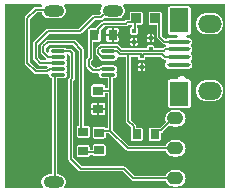
<source format=gbr>
%TF.GenerationSoftware,Altium Limited,Altium Designer,20.1.8 (145)*%
G04 Layer_Physical_Order=2*
G04 Layer_Color=16729670*
%FSLAX45Y45*%
%MOMM*%
%TF.SameCoordinates,69C50D53-9BFA-4F85-B750-FB8D41B2BBF4*%
%TF.FilePolarity,Positive*%
%TF.FileFunction,Copper,L2,Bot,Signal*%
%TF.Part,Single*%
G01*
G75*
%TA.AperFunction,ComponentPad*%
%ADD10O,2.00000X1.50000*%
G04:AMPARAMS|DCode=11|XSize=1.1mm|YSize=1.4mm|CornerRadius=0.55mm|HoleSize=0mm|Usage=FLASHONLY|Rotation=90.000|XOffset=0mm|YOffset=0mm|HoleType=Round|Shape=RoundedRectangle|*
%AMROUNDEDRECTD11*
21,1,1.10000,0.30000,0,0,90.0*
21,1,0.00000,1.40000,0,0,90.0*
1,1,1.10000,0.15000,0.00000*
1,1,1.10000,0.15000,0.00000*
1,1,1.10000,-0.15000,0.00000*
1,1,1.10000,-0.15000,0.00000*
%
%ADD11ROUNDEDRECTD11*%
G04:AMPARAMS|DCode=12|XSize=2.25mm|YSize=3.75mm|CornerRadius=1.125mm|HoleSize=0mm|Usage=FLASHONLY|Rotation=180.000|XOffset=0mm|YOffset=0mm|HoleType=Round|Shape=RoundedRectangle|*
%AMROUNDEDRECTD12*
21,1,2.25000,1.50000,0,0,180.0*
21,1,0.00000,3.75000,0,0,180.0*
1,1,2.25000,0.00000,0.75000*
1,1,2.25000,0.00000,0.75000*
1,1,2.25000,0.00000,-0.75000*
1,1,2.25000,0.00000,-0.75000*
%
%ADD12ROUNDEDRECTD12*%
%ADD13O,2.25000X3.75000*%
%ADD14O,1.75000X1.00000*%
%TA.AperFunction,ViaPad*%
%ADD15C,0.80000*%
%TA.AperFunction,SMDPad,CuDef*%
G04:AMPARAMS|DCode=16|XSize=0.35mm|YSize=2mm|CornerRadius=0.175mm|HoleSize=0mm|Usage=FLASHONLY|Rotation=270.000|XOffset=0mm|YOffset=0mm|HoleType=Round|Shape=RoundedRectangle|*
%AMROUNDEDRECTD16*
21,1,0.35000,1.65000,0,0,270.0*
21,1,0.00000,2.00000,0,0,270.0*
1,1,0.35000,-0.82500,0.00000*
1,1,0.35000,-0.82500,0.00000*
1,1,0.35000,0.82500,0.00000*
1,1,0.35000,0.82500,0.00000*
%
%ADD16ROUNDEDRECTD16*%
G04:AMPARAMS|DCode=17|XSize=2.1mm|YSize=1.6mm|CornerRadius=0.008mm|HoleSize=0mm|Usage=FLASHONLY|Rotation=270.000|XOffset=0mm|YOffset=0mm|HoleType=Round|Shape=RoundedRectangle|*
%AMROUNDEDRECTD17*
21,1,2.10000,1.58400,0,0,270.0*
21,1,2.08400,1.60000,0,0,270.0*
1,1,0.01600,-0.79200,-1.04200*
1,1,0.01600,-0.79200,1.04200*
1,1,0.01600,0.79200,1.04200*
1,1,0.01600,0.79200,-1.04200*
%
%ADD17ROUNDEDRECTD17*%
G04:AMPARAMS|DCode=18|XSize=0.3mm|YSize=0.4mm|CornerRadius=0.0015mm|HoleSize=0mm|Usage=FLASHONLY|Rotation=180.000|XOffset=0mm|YOffset=0mm|HoleType=Round|Shape=RoundedRectangle|*
%AMROUNDEDRECTD18*
21,1,0.30000,0.39700,0,0,180.0*
21,1,0.29700,0.40000,0,0,180.0*
1,1,0.00300,-0.14850,0.19850*
1,1,0.00300,0.14850,0.19850*
1,1,0.00300,0.14850,-0.19850*
1,1,0.00300,-0.14850,-0.19850*
%
%ADD18ROUNDEDRECTD18*%
G04:AMPARAMS|DCode=19|XSize=0.8mm|YSize=0.7mm|CornerRadius=0.0035mm|HoleSize=0mm|Usage=FLASHONLY|Rotation=0.000|XOffset=0mm|YOffset=0mm|HoleType=Round|Shape=RoundedRectangle|*
%AMROUNDEDRECTD19*
21,1,0.80000,0.69300,0,0,0.0*
21,1,0.79300,0.70000,0,0,0.0*
1,1,0.00700,0.39650,-0.34650*
1,1,0.00700,-0.39650,-0.34650*
1,1,0.00700,-0.39650,0.34650*
1,1,0.00700,0.39650,0.34650*
%
%ADD19ROUNDEDRECTD19*%
G04:AMPARAMS|DCode=20|XSize=0.85mm|YSize=0.75mm|CornerRadius=0.00375mm|HoleSize=0mm|Usage=FLASHONLY|Rotation=0.000|XOffset=0mm|YOffset=0mm|HoleType=Round|Shape=RoundedRectangle|*
%AMROUNDEDRECTD20*
21,1,0.85000,0.74250,0,0,0.0*
21,1,0.84250,0.75000,0,0,0.0*
1,1,0.00750,0.42125,-0.37125*
1,1,0.00750,-0.42125,-0.37125*
1,1,0.00750,-0.42125,0.37125*
1,1,0.00750,0.42125,0.37125*
%
%ADD20ROUNDEDRECTD20*%
G04:AMPARAMS|DCode=21|XSize=0.8mm|YSize=0.8mm|CornerRadius=0.004mm|HoleSize=0mm|Usage=FLASHONLY|Rotation=180.000|XOffset=0mm|YOffset=0mm|HoleType=Round|Shape=RoundedRectangle|*
%AMROUNDEDRECTD21*
21,1,0.80000,0.79200,0,0,180.0*
21,1,0.79200,0.80000,0,0,180.0*
1,1,0.00800,-0.39600,0.39600*
1,1,0.00800,0.39600,0.39600*
1,1,0.00800,0.39600,-0.39600*
1,1,0.00800,-0.39600,-0.39600*
%
%ADD21ROUNDEDRECTD21*%
%ADD22O,1.25000X0.30000*%
G04:AMPARAMS|DCode=23|XSize=0.85mm|YSize=0.75mm|CornerRadius=0.00375mm|HoleSize=0mm|Usage=FLASHONLY|Rotation=90.000|XOffset=0mm|YOffset=0mm|HoleType=Round|Shape=RoundedRectangle|*
%AMROUNDEDRECTD23*
21,1,0.85000,0.74250,0,0,90.0*
21,1,0.84250,0.75000,0,0,90.0*
1,1,0.00750,0.37125,0.42125*
1,1,0.00750,0.37125,-0.42125*
1,1,0.00750,-0.37125,-0.42125*
1,1,0.00750,-0.37125,0.42125*
%
%ADD23ROUNDEDRECTD23*%
G04:AMPARAMS|DCode=24|XSize=0.8mm|YSize=0.7mm|CornerRadius=0.0035mm|HoleSize=0mm|Usage=FLASHONLY|Rotation=90.000|XOffset=0mm|YOffset=0mm|HoleType=Round|Shape=RoundedRectangle|*
%AMROUNDEDRECTD24*
21,1,0.80000,0.69300,0,0,90.0*
21,1,0.79300,0.70000,0,0,90.0*
1,1,0.00700,0.34650,0.39650*
1,1,0.00700,0.34650,-0.39650*
1,1,0.00700,-0.34650,-0.39650*
1,1,0.00700,-0.34650,0.39650*
%
%ADD24ROUNDEDRECTD24*%
%TA.AperFunction,Conductor*%
%ADD25C,0.12700*%
G36*
X1879609Y20391D02*
X523329D01*
X516303Y35631D01*
X517485Y37014D01*
X522850Y45770D01*
X526780Y55257D01*
X529177Y65242D01*
X529983Y75479D01*
X529177Y85717D01*
X526780Y95702D01*
X522850Y105189D01*
X517485Y113945D01*
X510816Y121754D01*
X503007Y128423D01*
X494251Y133788D01*
X484764Y137718D01*
X474779Y140115D01*
X464541Y140921D01*
X459724D01*
Y951438D01*
X512041D01*
X517969Y952022D01*
X523670Y953751D01*
X528923Y956559D01*
X533528Y960338D01*
X537307Y964942D01*
X540115Y970196D01*
X541844Y975896D01*
X542428Y981824D01*
X541844Y987752D01*
X540115Y993452D01*
X537307Y998705D01*
X534669Y1006824D01*
X537307Y1014943D01*
X540115Y1020196D01*
X541844Y1025896D01*
X542428Y1031824D01*
X541844Y1037752D01*
X540115Y1043452D01*
X537307Y1048706D01*
X533528Y1053310D01*
Y1060338D01*
X537307Y1064942D01*
X540115Y1070196D01*
X541844Y1075896D01*
X542428Y1081824D01*
X541844Y1087752D01*
X540115Y1093452D01*
X537307Y1098705D01*
X534670Y1106824D01*
X537307Y1114943D01*
X540115Y1120196D01*
X541844Y1125896D01*
X542428Y1131824D01*
X541844Y1137752D01*
X540115Y1143452D01*
X539391Y1144808D01*
X544018Y1156020D01*
X546406Y1158623D01*
X551632Y1158695D01*
X565565Y1144935D01*
Y962186D01*
X558946Y955567D01*
X555485Y951057D01*
X553310Y945805D01*
X552568Y940169D01*
Y268674D01*
X553310Y263038D01*
X555485Y257786D01*
X558946Y253276D01*
X641404Y170818D01*
X645914Y167357D01*
X651167Y165182D01*
X656803Y164440D01*
X1012723D01*
X1086465Y90698D01*
X1090975Y87237D01*
X1096227Y85062D01*
X1101863Y84320D01*
X1377362D01*
X1381591Y74109D01*
X1387368Y64682D01*
X1394548Y56275D01*
X1402955Y49095D01*
X1412382Y43318D01*
X1422597Y39087D01*
X1433347Y36506D01*
X1444369Y35639D01*
X1474369D01*
X1485391Y36506D01*
X1496141Y39087D01*
X1506356Y43318D01*
X1515783Y49095D01*
X1524189Y56275D01*
X1531370Y64682D01*
X1537147Y74109D01*
X1541378Y84323D01*
X1543959Y95074D01*
X1544826Y106096D01*
X1543959Y117118D01*
X1541378Y127868D01*
X1537147Y138083D01*
X1531370Y147509D01*
X1524189Y155916D01*
X1515783Y163097D01*
X1506356Y168873D01*
X1496141Y173105D01*
X1485391Y175685D01*
X1474369Y176553D01*
X1444369D01*
X1433347Y175685D01*
X1422597Y173105D01*
X1412382Y168873D01*
X1402955Y163097D01*
X1394548Y155916D01*
X1387368Y147509D01*
X1381591Y138083D01*
X1377362Y127872D01*
X1110883D01*
X1037141Y201614D01*
X1032631Y205075D01*
X1027379Y207250D01*
X1021743Y207992D01*
X665823D01*
X596120Y277694D01*
Y931149D01*
X602739Y937767D01*
X606199Y942278D01*
X608375Y947530D01*
X609117Y953166D01*
Y1164559D01*
X608375Y1170195D01*
X606199Y1175447D01*
X602739Y1179957D01*
X585474Y1197222D01*
X580964Y1200683D01*
X575712Y1202858D01*
X570076Y1203600D01*
X533175D01*
X528923Y1207090D01*
X523670Y1209898D01*
X517969Y1211626D01*
X512041Y1212210D01*
X417041D01*
X411113Y1211626D01*
X405413Y1209898D01*
X400160Y1207090D01*
X395555Y1203311D01*
X391776Y1198706D01*
X388968Y1193453D01*
X387239Y1187752D01*
X386655Y1181824D01*
X387037Y1177948D01*
X382774Y1174201D01*
X372958Y1170474D01*
X362600Y1180832D01*
Y1213129D01*
X386258Y1236787D01*
X589014D01*
X639283Y1186517D01*
Y550654D01*
X638099D01*
X634029Y550118D01*
X630236Y548547D01*
X626979Y546048D01*
X624481Y542791D01*
X622910Y538999D01*
X622374Y534929D01*
Y465629D01*
X622910Y461559D01*
X624481Y457767D01*
X626979Y454510D01*
X630236Y452011D01*
X634029Y450440D01*
X638099Y449905D01*
X717398D01*
X721468Y450440D01*
X725261Y452011D01*
X728517Y454510D01*
X731016Y457767D01*
X732587Y461559D01*
X733123Y465629D01*
Y534929D01*
X732587Y538999D01*
X731016Y542791D01*
X728517Y546048D01*
X725261Y548547D01*
X721468Y550118D01*
X717398Y550654D01*
X682836D01*
Y1195537D01*
X682094Y1201173D01*
X679918Y1206425D01*
X676458Y1210935D01*
X613431Y1273961D01*
X608922Y1277422D01*
X603669Y1279597D01*
X598033Y1280339D01*
X377238D01*
X371602Y1279597D01*
X366350Y1277422D01*
X361840Y1273961D01*
X325426Y1237547D01*
X321965Y1233037D01*
X319790Y1227785D01*
X319048Y1222149D01*
Y1171812D01*
X319790Y1166176D01*
X321965Y1160924D01*
X325426Y1156414D01*
X363000Y1118840D01*
X360899Y1109467D01*
X357094Y1103600D01*
X324690D01*
X297042Y1131248D01*
Y1238249D01*
X388892Y1330099D01*
X650616D01*
X656252Y1330841D01*
X661504Y1333017D01*
X666014Y1336478D01*
X777526Y1447989D01*
X831286D01*
X836922Y1448731D01*
X842175Y1450906D01*
X846684Y1454367D01*
X859619Y1467301D01*
X859831Y1467171D01*
X869319Y1463241D01*
X879304Y1460844D01*
X889541Y1460038D01*
X964541D01*
X974779Y1460844D01*
X984764Y1463241D01*
X994251Y1467171D01*
X1003007Y1472536D01*
X1010816Y1479205D01*
X1017485Y1487014D01*
X1022850Y1495770D01*
X1026780Y1505257D01*
X1029177Y1515242D01*
X1029983Y1525480D01*
X1029177Y1535717D01*
X1026780Y1545702D01*
X1022850Y1555189D01*
X1017485Y1563945D01*
X1017122Y1564369D01*
X1024148Y1579609D01*
X1879609D01*
Y20391D01*
D02*
G37*
G36*
X836960Y1564369D02*
X836598Y1563945D01*
X831233Y1555189D01*
X827303Y1545702D01*
X824905Y1535717D01*
X824100Y1525480D01*
X824905Y1515242D01*
X827303Y1505257D01*
X827584Y1504579D01*
X817511Y1491541D01*
X768506D01*
X762869Y1490799D01*
X757617Y1488624D01*
X753108Y1485163D01*
X641596Y1373652D01*
X379872D01*
X374236Y1372910D01*
X368984Y1370734D01*
X364475Y1367274D01*
X259868Y1262667D01*
X256407Y1258158D01*
X254232Y1252905D01*
X253490Y1247269D01*
Y1122228D01*
X254232Y1116592D01*
X256407Y1111340D01*
X259868Y1106830D01*
X300272Y1066426D01*
X304782Y1062965D01*
X310034Y1060790D01*
X315670Y1060048D01*
X371790D01*
X375595Y1054181D01*
X377695Y1044808D01*
X365237Y1032350D01*
X286627D01*
X226077Y1092900D01*
Y1452926D01*
X285066Y1511916D01*
X325704D01*
X327303Y1505257D01*
X331233Y1495770D01*
X336598Y1487014D01*
X343267Y1479205D01*
X351076Y1472536D01*
X359831Y1467171D01*
X369319Y1463241D01*
X379304Y1460844D01*
X389541Y1460038D01*
X464541D01*
X474779Y1460844D01*
X484764Y1463241D01*
X494251Y1467171D01*
X503007Y1472536D01*
X510816Y1479205D01*
X517485Y1487014D01*
X522850Y1495770D01*
X526780Y1505257D01*
X529177Y1515242D01*
X529983Y1525480D01*
X529177Y1535717D01*
X526780Y1545702D01*
X522850Y1555189D01*
X517485Y1563945D01*
X517122Y1564369D01*
X524148Y1579609D01*
X829934D01*
X836960Y1564369D01*
D02*
G37*
G36*
X332050Y1565246D02*
X325847Y1555468D01*
X276046D01*
X270410Y1554726D01*
X265158Y1552551D01*
X260648Y1549090D01*
X188903Y1477344D01*
X185442Y1472834D01*
X183266Y1467582D01*
X182524Y1461946D01*
Y1083880D01*
X183266Y1078244D01*
X185442Y1072992D01*
X188903Y1068482D01*
X262209Y995176D01*
X266719Y991715D01*
X271971Y989540D01*
X277607Y988798D01*
X372028D01*
X376735Y986603D01*
X385920Y978469D01*
X387221Y976079D01*
X387239Y975896D01*
X388968Y970196D01*
X391776Y964942D01*
X395555Y960338D01*
X400160Y956559D01*
X405413Y953751D01*
X411113Y952022D01*
X416172Y951523D01*
Y140921D01*
X389541D01*
X379304Y140115D01*
X369319Y137718D01*
X359831Y133788D01*
X351076Y128423D01*
X343267Y121754D01*
X336598Y113945D01*
X331233Y105189D01*
X327303Y95702D01*
X324905Y85717D01*
X324100Y75479D01*
X324905Y65242D01*
X327303Y55257D01*
X331233Y45770D01*
X336598Y37014D01*
X337779Y35631D01*
X330753Y20391D01*
X20391D01*
Y1579609D01*
X324759D01*
X332050Y1565246D01*
D02*
G37*
%LPC*%
G36*
X965280Y1376135D02*
X935775D01*
Y1325878D01*
X981029D01*
Y1360385D01*
X980493Y1364461D01*
X978919Y1368260D01*
X976416Y1371522D01*
X973155Y1374025D01*
X969356Y1375598D01*
X965280Y1376135D01*
D02*
G37*
G36*
X920535D02*
X891029D01*
X886953Y1375598D01*
X883155Y1374025D01*
X879893Y1371522D01*
X877390Y1368260D01*
X875817Y1364461D01*
X875280Y1360385D01*
Y1325878D01*
X920535D01*
Y1376135D01*
D02*
G37*
G36*
X1773013Y1505456D02*
X1723012D01*
X1711208Y1504682D01*
X1699606Y1502374D01*
X1688405Y1498572D01*
X1677795Y1493340D01*
X1667960Y1486768D01*
X1659066Y1478968D01*
X1651267Y1470075D01*
X1644695Y1460239D01*
X1639463Y1449630D01*
X1635660Y1438428D01*
X1633353Y1426826D01*
X1632579Y1415022D01*
X1633353Y1403218D01*
X1635660Y1391616D01*
X1639463Y1380415D01*
X1644695Y1369806D01*
X1651267Y1359970D01*
X1659066Y1351076D01*
X1667960Y1343277D01*
X1677795Y1336705D01*
X1688405Y1331473D01*
X1699606Y1327670D01*
X1711208Y1325363D01*
X1723012Y1324589D01*
X1773013D01*
X1784817Y1325363D01*
X1796419Y1327670D01*
X1807620Y1331473D01*
X1818230Y1336705D01*
X1828065Y1343277D01*
X1836959Y1351076D01*
X1844758Y1359970D01*
X1851330Y1369806D01*
X1856562Y1380415D01*
X1860365Y1391616D01*
X1862672Y1403218D01*
X1863446Y1415022D01*
X1862672Y1426826D01*
X1860365Y1438428D01*
X1856562Y1449630D01*
X1851330Y1460239D01*
X1844758Y1470075D01*
X1836959Y1478968D01*
X1828065Y1486768D01*
X1818230Y1493340D01*
X1807620Y1498572D01*
X1796419Y1502374D01*
X1784817Y1504682D01*
X1773013Y1505456D01*
D02*
G37*
G36*
X1168704Y1515488D02*
X1089504D01*
X1085421Y1514950D01*
X1081617Y1513374D01*
X1078349Y1510868D01*
X1075843Y1507600D01*
X1074267Y1503796D01*
X1073729Y1499713D01*
Y1448239D01*
X1050697D01*
X1045061Y1447497D01*
X1039809Y1445322D01*
X1035299Y1441861D01*
X1029197Y1435759D01*
X850078D01*
X844442Y1435017D01*
X839190Y1432841D01*
X834680Y1429381D01*
X788907Y1383607D01*
X785446Y1379097D01*
X784219Y1376135D01*
X736030D01*
X731953Y1375598D01*
X728155Y1374025D01*
X724893Y1371522D01*
X722390Y1368260D01*
X720817Y1364461D01*
X720280Y1360385D01*
Y1276135D01*
X720308Y1275919D01*
Y1135203D01*
X710053Y1124948D01*
X706593Y1120438D01*
X704417Y1115186D01*
X703675Y1109550D01*
Y1058528D01*
X704417Y1052892D01*
X706593Y1047640D01*
X710053Y1043130D01*
X746132Y1007051D01*
X750642Y1003590D01*
X755894Y1001415D01*
X761530Y1000673D01*
X800547D01*
X802568Y999586D01*
X810229Y990211D01*
X812011Y985433D01*
X811655Y981824D01*
X812239Y975896D01*
X813968Y970196D01*
X816776Y964942D01*
X820555Y960338D01*
X825160Y956559D01*
X830413Y953751D01*
X836113Y952022D01*
X842041Y951438D01*
X886515D01*
Y868916D01*
X863326D01*
Y884265D01*
X862789Y888341D01*
X861216Y892139D01*
X858713Y895401D01*
X855451Y897904D01*
X851653Y899478D01*
X847576Y900014D01*
X763326D01*
X759250Y899478D01*
X755451Y897904D01*
X752190Y895401D01*
X749687Y892139D01*
X748113Y888341D01*
X747577Y884265D01*
Y810014D01*
X748113Y805938D01*
X749687Y802140D01*
X752190Y798878D01*
X755451Y796375D01*
X759250Y794802D01*
X763326Y794265D01*
X847576D01*
X851653Y794802D01*
X855451Y796375D01*
X858713Y798878D01*
X861216Y802140D01*
X862789Y805938D01*
X863326Y810014D01*
Y825363D01*
X886515D01*
Y531324D01*
X868425D01*
X868402Y531499D01*
X866831Y535292D01*
X864332Y538549D01*
X861075Y541047D01*
X857283Y542618D01*
X853213Y543154D01*
X773913D01*
X769844Y542618D01*
X766051Y541047D01*
X762794Y538549D01*
X760295Y535292D01*
X758724Y531499D01*
X758189Y527429D01*
Y458130D01*
X758724Y454060D01*
X760295Y450267D01*
X762794Y447011D01*
X766051Y444512D01*
X769844Y442941D01*
X773913Y442405D01*
X853213D01*
X857283Y442941D01*
X861075Y444512D01*
X864332Y447011D01*
X866831Y450267D01*
X868402Y454060D01*
X868938Y458130D01*
Y487772D01*
X899271D01*
X1042345Y344698D01*
X1046855Y341237D01*
X1052107Y339062D01*
X1057743Y338320D01*
X1377362D01*
X1381591Y328109D01*
X1387368Y318682D01*
X1394548Y310275D01*
X1402955Y303095D01*
X1412382Y297318D01*
X1422597Y293087D01*
X1433347Y290506D01*
X1444369Y289639D01*
X1474369D01*
X1485391Y290506D01*
X1496141Y293087D01*
X1506356Y297318D01*
X1515783Y303095D01*
X1524189Y310275D01*
X1531370Y318682D01*
X1537147Y328109D01*
X1541378Y338323D01*
X1543959Y349074D01*
X1544826Y360096D01*
X1543959Y371118D01*
X1541378Y381868D01*
X1537147Y392083D01*
X1531370Y401509D01*
X1524189Y409916D01*
X1515783Y417097D01*
X1506356Y422873D01*
X1496141Y427105D01*
X1485391Y429685D01*
X1474369Y430553D01*
X1444369D01*
X1433347Y429685D01*
X1422597Y427105D01*
X1412382Y422873D01*
X1402955Y417097D01*
X1394548Y409916D01*
X1387368Y401509D01*
X1381591Y392083D01*
X1377362Y381872D01*
X1066763D01*
X930067Y518568D01*
Y847140D01*
Y951438D01*
X937041D01*
X942969Y952022D01*
X948670Y953751D01*
X953923Y956559D01*
X958528Y960338D01*
X962307Y964942D01*
X965115Y970196D01*
X966844Y975896D01*
X967428Y981824D01*
X966844Y987752D01*
X965115Y993452D01*
X962307Y998705D01*
X959669Y1006824D01*
X962307Y1014943D01*
X965115Y1020196D01*
X966844Y1025896D01*
X967428Y1031824D01*
X966844Y1037752D01*
X965115Y1043452D01*
X962307Y1048706D01*
X958528Y1053310D01*
X953923Y1057089D01*
X948670Y1059897D01*
X942969Y1061626D01*
X937041Y1062210D01*
X842041D01*
X836113Y1061626D01*
X830413Y1059897D01*
X825160Y1057089D01*
X820713Y1053440D01*
X816291Y1052858D01*
X811039Y1050683D01*
X806529Y1047222D01*
X803533Y1044225D01*
X770550D01*
X747228Y1067548D01*
Y1100530D01*
X757483Y1110785D01*
X760943Y1115295D01*
X763119Y1120547D01*
X763861Y1126183D01*
Y1260385D01*
X810280D01*
X814356Y1260922D01*
X818155Y1262495D01*
X821416Y1264998D01*
X823919Y1268260D01*
X825493Y1272059D01*
X826029Y1276135D01*
Y1338858D01*
X826081Y1339250D01*
Y1359189D01*
X859098Y1392207D01*
X1038217D01*
X1043853Y1392948D01*
X1049105Y1395124D01*
X1053615Y1398585D01*
X1059717Y1404687D01*
X1093811D01*
Y1389448D01*
X1093626D01*
X1089608Y1388919D01*
X1085864Y1387368D01*
X1082649Y1384901D01*
X1080182Y1381687D01*
X1078632Y1377943D01*
X1078103Y1373925D01*
Y1334225D01*
X1078632Y1330208D01*
X1080182Y1326464D01*
X1082649Y1323249D01*
X1085864Y1320782D01*
X1089608Y1319231D01*
X1093626Y1318702D01*
X1123325D01*
X1127343Y1319231D01*
X1131087Y1320782D01*
X1134302Y1323249D01*
X1136769Y1326464D01*
X1138320Y1330208D01*
X1138848Y1334225D01*
Y1373925D01*
X1138320Y1377943D01*
X1137364Y1380250D01*
Y1404738D01*
X1168704D01*
X1172787Y1405276D01*
X1176591Y1406852D01*
X1179858Y1409359D01*
X1182365Y1412626D01*
X1183941Y1416430D01*
X1184479Y1420513D01*
Y1499713D01*
X1183941Y1503796D01*
X1182365Y1507600D01*
X1179858Y1510868D01*
X1176591Y1513374D01*
X1172787Y1514950D01*
X1168704Y1515488D01*
D02*
G37*
G36*
X1263899Y1327395D02*
X1256669D01*
Y1299643D01*
X1279422D01*
Y1311872D01*
X1278893Y1315890D01*
X1277342Y1319634D01*
X1274876Y1322849D01*
X1271661Y1325316D01*
X1267917Y1326867D01*
X1263899Y1327395D01*
D02*
G37*
G36*
X1241429D02*
X1234199D01*
X1230182Y1326867D01*
X1226438Y1325316D01*
X1223223Y1322849D01*
X1220756Y1319634D01*
X1219205Y1315890D01*
X1218677Y1311872D01*
Y1299643D01*
X1241429D01*
Y1327395D01*
D02*
G37*
G36*
X1572212Y1562401D02*
X1413813D01*
X1409625Y1561850D01*
X1405723Y1560233D01*
X1402373Y1557662D01*
X1399802Y1554312D01*
X1398185Y1550409D01*
X1397634Y1546222D01*
Y1337822D01*
X1398185Y1333635D01*
X1399802Y1329733D01*
X1402373Y1326382D01*
X1405723Y1323811D01*
X1409625Y1322195D01*
X1413813Y1321644D01*
X1471904D01*
X1478742Y1308322D01*
X1471689Y1294921D01*
X1403012D01*
X1396594Y1294288D01*
X1390422Y1292417D01*
X1384735Y1289376D01*
X1379750Y1285285D01*
X1366436Y1292434D01*
X1344530Y1314339D01*
Y1426463D01*
X1344479Y1426855D01*
Y1499713D01*
X1343941Y1503796D01*
X1342365Y1507600D01*
X1339859Y1510868D01*
X1336591Y1513374D01*
X1332787Y1514950D01*
X1328704Y1515488D01*
X1249504D01*
X1245421Y1514950D01*
X1241617Y1513374D01*
X1238350Y1510868D01*
X1235843Y1507600D01*
X1234267Y1503796D01*
X1233729Y1499713D01*
Y1420513D01*
X1234267Y1416430D01*
X1235843Y1412626D01*
X1238350Y1409359D01*
X1241617Y1406852D01*
X1245421Y1405276D01*
X1249504Y1404738D01*
X1300978D01*
Y1305319D01*
X1301720Y1299683D01*
X1303896Y1294431D01*
X1307356Y1289921D01*
X1350653Y1246624D01*
X1355163Y1243164D01*
X1360415Y1240988D01*
X1366051Y1240246D01*
X1367328D01*
X1376088Y1225006D01*
X1372473Y1218799D01*
X1366837Y1218057D01*
X1361585Y1215881D01*
X1357076Y1212420D01*
X1349863Y1205208D01*
X1279422D01*
Y1216872D01*
X1278893Y1220890D01*
X1277342Y1224634D01*
X1274876Y1227849D01*
X1271661Y1230316D01*
X1267917Y1231866D01*
X1263899Y1232395D01*
X1234199D01*
X1230182Y1231866D01*
X1226438Y1230316D01*
X1223223Y1227849D01*
X1220756Y1224634D01*
X1219205Y1220890D01*
X1218677Y1216872D01*
Y1205208D01*
X1008089D01*
X979485Y1233812D01*
X974975Y1237273D01*
X969723Y1239448D01*
X964087Y1240190D01*
X826885D01*
X821249Y1239448D01*
X815997Y1237273D01*
X811487Y1233812D01*
X790053Y1212378D01*
X786593Y1207868D01*
X784417Y1202616D01*
X783675Y1196980D01*
Y1166668D01*
X784417Y1161032D01*
X786593Y1155780D01*
X790053Y1151270D01*
X811890Y1129433D01*
X812239Y1125896D01*
X813968Y1120196D01*
X816776Y1114942D01*
X820555Y1110338D01*
X825159Y1106559D01*
X830413Y1103751D01*
X836113Y1102022D01*
X842041Y1101438D01*
X937041D01*
X942969Y1102022D01*
X948669Y1103751D01*
X953923Y1106559D01*
X958527Y1110338D01*
X962306Y1114942D01*
X965114Y1120196D01*
X966843Y1125896D01*
X967809Y1126958D01*
X980368Y1134185D01*
X981637Y1134417D01*
X982490Y1134375D01*
X987496Y1133716D01*
X1038939D01*
Y593326D01*
X1039681Y587690D01*
X1041857Y582438D01*
X1045317Y577928D01*
X1082508Y540737D01*
Y505962D01*
X1082560Y505568D01*
Y437662D01*
X1083096Y433592D01*
X1084667Y429800D01*
X1087166Y426543D01*
X1090423Y424044D01*
X1094215Y422473D01*
X1098285Y421937D01*
X1167585D01*
X1171655Y422473D01*
X1175447Y424044D01*
X1178704Y426543D01*
X1181203Y429800D01*
X1182774Y433592D01*
X1183309Y437662D01*
Y516962D01*
X1182774Y521032D01*
X1181203Y524824D01*
X1178704Y528081D01*
X1175447Y530580D01*
X1171655Y532151D01*
X1167585Y532687D01*
X1126061D01*
Y549757D01*
X1125319Y555393D01*
X1123143Y560645D01*
X1119683Y565155D01*
X1082492Y602346D01*
Y1133716D01*
X1142477D01*
Y1121825D01*
X1143005Y1117807D01*
X1144556Y1114063D01*
X1147023Y1110848D01*
X1150238Y1108381D01*
X1153982Y1106830D01*
X1157999Y1106302D01*
X1187699D01*
X1191717Y1106830D01*
X1195461Y1108381D01*
X1198676Y1110848D01*
X1201142Y1114063D01*
X1202693Y1117807D01*
X1203222Y1121825D01*
Y1133548D01*
X1337859D01*
X1354783Y1116624D01*
X1359293Y1113164D01*
X1364545Y1110988D01*
X1370181Y1110246D01*
X1378530D01*
X1379750Y1108760D01*
X1380801Y1105725D01*
Y1093319D01*
X1379750Y1090285D01*
X1375658Y1085300D01*
X1372618Y1079612D01*
X1370746Y1073440D01*
X1370114Y1067022D01*
X1370746Y1060604D01*
X1372618Y1054432D01*
X1375658Y1048745D01*
X1379750Y1043760D01*
X1384735Y1039668D01*
X1390422Y1036628D01*
X1396594Y1034756D01*
X1403012Y1034124D01*
X1568013D01*
X1574431Y1034756D01*
X1580602Y1036628D01*
X1586290Y1039668D01*
X1591275Y1043760D01*
X1595367Y1048745D01*
X1598407Y1054432D01*
X1600279Y1060604D01*
X1600911Y1067022D01*
X1600279Y1073440D01*
X1598407Y1079612D01*
X1595367Y1085300D01*
X1591275Y1090285D01*
X1590223Y1093319D01*
Y1105725D01*
X1591275Y1108760D01*
X1595367Y1113745D01*
X1598407Y1119433D01*
X1600279Y1125604D01*
X1600911Y1132022D01*
X1600279Y1138440D01*
X1598407Y1144612D01*
X1595367Y1150300D01*
X1591275Y1155285D01*
X1590223Y1158320D01*
Y1170725D01*
X1591275Y1173760D01*
X1595367Y1178745D01*
X1598407Y1184433D01*
X1600279Y1190604D01*
X1600911Y1197022D01*
X1600279Y1203441D01*
X1598407Y1209612D01*
X1595367Y1215300D01*
X1591275Y1220285D01*
X1590224Y1223319D01*
Y1235726D01*
X1591275Y1238760D01*
X1595367Y1243745D01*
X1598407Y1249433D01*
X1600279Y1255604D01*
X1600911Y1262022D01*
X1600279Y1268440D01*
X1598407Y1274612D01*
X1595367Y1280300D01*
X1591275Y1285285D01*
X1586290Y1289376D01*
X1580602Y1292417D01*
X1574431Y1294288D01*
X1568013Y1294921D01*
X1554335D01*
X1547283Y1308322D01*
X1554121Y1321644D01*
X1572212D01*
X1576399Y1322195D01*
X1580301Y1323811D01*
X1583652Y1326382D01*
X1586223Y1329733D01*
X1587839Y1333635D01*
X1588391Y1337822D01*
Y1546222D01*
X1587839Y1550409D01*
X1586223Y1554312D01*
X1583652Y1557662D01*
X1580301Y1560233D01*
X1576399Y1561850D01*
X1572212Y1562401D01*
D02*
G37*
G36*
X1123325Y1294448D02*
X1116096D01*
Y1266703D01*
X1138848D01*
Y1278925D01*
X1138320Y1282943D01*
X1136769Y1286687D01*
X1134302Y1289901D01*
X1131087Y1292368D01*
X1127343Y1293919D01*
X1123325Y1294448D01*
D02*
G37*
G36*
X1100856D02*
X1093626D01*
X1089608Y1293919D01*
X1085864Y1292368D01*
X1082649Y1289901D01*
X1080182Y1286687D01*
X1078632Y1282943D01*
X1078103Y1278925D01*
Y1266703D01*
X1100856D01*
Y1294448D01*
D02*
G37*
G36*
X981029Y1310638D02*
X935775D01*
Y1260385D01*
X965280D01*
X969356Y1260922D01*
X973155Y1262495D01*
X976416Y1264998D01*
X978919Y1268260D01*
X980493Y1272059D01*
X981029Y1276135D01*
Y1310638D01*
D02*
G37*
G36*
X920535D02*
X875280D01*
Y1276135D01*
X875817Y1272059D01*
X877390Y1268260D01*
X879893Y1264998D01*
X883155Y1262495D01*
X886953Y1260922D01*
X891029Y1260385D01*
X920535D01*
Y1310638D01*
D02*
G37*
G36*
X1279422Y1284403D02*
X1256669D01*
Y1256650D01*
X1263899D01*
X1267917Y1257179D01*
X1271661Y1258730D01*
X1274876Y1261196D01*
X1277342Y1264411D01*
X1278893Y1268155D01*
X1279422Y1272173D01*
Y1284403D01*
D02*
G37*
G36*
X1241429D02*
X1218677D01*
Y1272173D01*
X1219205Y1268155D01*
X1220756Y1264411D01*
X1223223Y1261196D01*
X1226438Y1258730D01*
X1230182Y1257179D01*
X1234199Y1256650D01*
X1241429D01*
Y1284403D01*
D02*
G37*
G36*
X1138848Y1251463D02*
X1116096D01*
Y1223702D01*
X1123325D01*
X1127343Y1224231D01*
X1131087Y1225782D01*
X1134302Y1228249D01*
X1136769Y1231464D01*
X1138320Y1235208D01*
X1138848Y1239225D01*
Y1251463D01*
D02*
G37*
G36*
X1100856D02*
X1078103D01*
Y1239225D01*
X1078632Y1235208D01*
X1080182Y1231464D01*
X1082649Y1228249D01*
X1085864Y1225782D01*
X1089608Y1224231D01*
X1093626Y1223702D01*
X1100856D01*
Y1251463D01*
D02*
G37*
G36*
X1187699Y1082047D02*
X1180469D01*
Y1054302D01*
X1203222D01*
Y1066524D01*
X1202693Y1070542D01*
X1201142Y1074286D01*
X1198676Y1077501D01*
X1195461Y1079967D01*
X1191717Y1081518D01*
X1187699Y1082047D01*
D02*
G37*
G36*
X1165229D02*
X1157999D01*
X1153982Y1081518D01*
X1150238Y1079967D01*
X1147023Y1077501D01*
X1144556Y1074286D01*
X1143005Y1070542D01*
X1142477Y1066524D01*
Y1054302D01*
X1165229D01*
Y1082047D01*
D02*
G37*
G36*
X1203222Y1039062D02*
X1180469D01*
Y1011302D01*
X1187699D01*
X1191717Y1011830D01*
X1195461Y1013381D01*
X1198676Y1015848D01*
X1201142Y1019063D01*
X1202693Y1022807D01*
X1203222Y1026824D01*
Y1039062D01*
D02*
G37*
G36*
X1165229D02*
X1142477D01*
Y1026824D01*
X1143005Y1022807D01*
X1144556Y1019063D01*
X1147023Y1015848D01*
X1150238Y1013381D01*
X1153982Y1011830D01*
X1157999Y1011302D01*
X1165229D01*
Y1039062D01*
D02*
G37*
G36*
X1773013Y939456D02*
X1723012D01*
X1711208Y938682D01*
X1699606Y936374D01*
X1688405Y932572D01*
X1677795Y927340D01*
X1667960Y920768D01*
X1659066Y912968D01*
X1651267Y904075D01*
X1644695Y894239D01*
X1639463Y883630D01*
X1635660Y872428D01*
X1633353Y860826D01*
X1632579Y849022D01*
X1633353Y837219D01*
X1635660Y825617D01*
X1639463Y814415D01*
X1644695Y803806D01*
X1651267Y793970D01*
X1659066Y785076D01*
X1667960Y777277D01*
X1677795Y770705D01*
X1688405Y765473D01*
X1699606Y761671D01*
X1711208Y759363D01*
X1723012Y758589D01*
X1773013D01*
X1784817Y759363D01*
X1796419Y761671D01*
X1807620Y765473D01*
X1818230Y770705D01*
X1828065Y777277D01*
X1836959Y785076D01*
X1844758Y793970D01*
X1851330Y803806D01*
X1856562Y814415D01*
X1860365Y825617D01*
X1862672Y837219D01*
X1863446Y849022D01*
X1862672Y860826D01*
X1860365Y872428D01*
X1856562Y883630D01*
X1851330Y894239D01*
X1844758Y904075D01*
X1836959Y912968D01*
X1828065Y920768D01*
X1818230Y927340D01*
X1807620Y932572D01*
X1796419Y936374D01*
X1784817Y938682D01*
X1773013Y939456D01*
D02*
G37*
G36*
X1513012Y972457D02*
X1505124Y971680D01*
X1497539Y969379D01*
X1490548Y965642D01*
X1484421Y960614D01*
X1479392Y954487D01*
X1475656Y947496D01*
X1474110Y942401D01*
X1413813D01*
X1409625Y941850D01*
X1405723Y940233D01*
X1402373Y937662D01*
X1399802Y934312D01*
X1398185Y930410D01*
X1397634Y926222D01*
Y717823D01*
X1398185Y713635D01*
X1399802Y709733D01*
X1402373Y706383D01*
X1405723Y703812D01*
X1409625Y702195D01*
X1413813Y701644D01*
X1572212D01*
X1576399Y702195D01*
X1580301Y703812D01*
X1583652Y706383D01*
X1586223Y709733D01*
X1587839Y713635D01*
X1588391Y717823D01*
Y926222D01*
X1587839Y930410D01*
X1586223Y934312D01*
X1583652Y937662D01*
X1580301Y940233D01*
X1576399Y941850D01*
X1572212Y942401D01*
X1551915D01*
X1550369Y947496D01*
X1546633Y954487D01*
X1541604Y960614D01*
X1535477Y965642D01*
X1528486Y969379D01*
X1520901Y971680D01*
X1513012Y972457D01*
D02*
G37*
G36*
X847576Y745014D02*
X813071D01*
Y699760D01*
X863326D01*
Y729265D01*
X862789Y733341D01*
X861216Y737139D01*
X858713Y740401D01*
X855451Y742904D01*
X851653Y744478D01*
X847576Y745014D01*
D02*
G37*
G36*
X797831D02*
X763326D01*
X759250Y744478D01*
X755451Y742904D01*
X752190Y740401D01*
X749687Y737139D01*
X748113Y733341D01*
X747577Y729265D01*
Y699760D01*
X797831D01*
Y745014D01*
D02*
G37*
G36*
X863326Y684520D02*
X813071D01*
Y639265D01*
X847576D01*
X851653Y639802D01*
X855451Y641375D01*
X858713Y643878D01*
X861216Y647140D01*
X862789Y650938D01*
X863326Y655014D01*
Y684520D01*
D02*
G37*
G36*
X797831D02*
X747577D01*
Y655014D01*
X748113Y650938D01*
X749687Y647140D01*
X752190Y643878D01*
X755451Y641375D01*
X759250Y639802D01*
X763326Y639265D01*
X797831D01*
Y684520D01*
D02*
G37*
G36*
X1474369Y684553D02*
X1444369D01*
X1433347Y683685D01*
X1422597Y681105D01*
X1412382Y676873D01*
X1402955Y671097D01*
X1394548Y663916D01*
X1387368Y655509D01*
X1381591Y646083D01*
X1377360Y635868D01*
X1374779Y625118D01*
X1373912Y614096D01*
X1374779Y603074D01*
X1377360Y592323D01*
X1379764Y586520D01*
X1325983Y532738D01*
X1311585D01*
X1311191Y532687D01*
X1248285D01*
X1244215Y532151D01*
X1240423Y530580D01*
X1237166Y528081D01*
X1234667Y524824D01*
X1233096Y521032D01*
X1232560Y516962D01*
Y437662D01*
X1233096Y433592D01*
X1234667Y429800D01*
X1237166Y426543D01*
X1240423Y424044D01*
X1244215Y422473D01*
X1248285Y421937D01*
X1317585D01*
X1321655Y422473D01*
X1325447Y424044D01*
X1328704Y426543D01*
X1331203Y429800D01*
X1332774Y433592D01*
X1333309Y437662D01*
Y489186D01*
X1335003D01*
X1340639Y489928D01*
X1345891Y492103D01*
X1350401Y495564D01*
X1408521Y553684D01*
X1412382Y551318D01*
X1422597Y547087D01*
X1433347Y544506D01*
X1444369Y543639D01*
X1474369D01*
X1485391Y544506D01*
X1496141Y547087D01*
X1506356Y551318D01*
X1515783Y557095D01*
X1524189Y564275D01*
X1531370Y572682D01*
X1537147Y582109D01*
X1541378Y592323D01*
X1543959Y603074D01*
X1544826Y614096D01*
X1543959Y625118D01*
X1541378Y635868D01*
X1537147Y646083D01*
X1531370Y655509D01*
X1524189Y663916D01*
X1515783Y671097D01*
X1506356Y676873D01*
X1496141Y681105D01*
X1485391Y683685D01*
X1474369Y684553D01*
D02*
G37*
G36*
X853213Y393154D02*
X773913D01*
X769844Y392618D01*
X766051Y391047D01*
X762794Y388548D01*
X760295Y385292D01*
X758724Y381499D01*
X758189Y377429D01*
Y349316D01*
X733123D01*
Y369929D01*
X732587Y373999D01*
X731016Y377791D01*
X728517Y381048D01*
X725261Y383547D01*
X721468Y385118D01*
X717398Y385654D01*
X638099D01*
X634029Y385118D01*
X630236Y383547D01*
X626979Y381048D01*
X624481Y377791D01*
X622910Y373999D01*
X622374Y369929D01*
Y300629D01*
X622910Y296559D01*
X624481Y292767D01*
X626979Y289510D01*
X630236Y287011D01*
X634029Y285440D01*
X638099Y284905D01*
X717398D01*
X721468Y285440D01*
X725261Y287011D01*
X728517Y289510D01*
X731016Y292767D01*
X732587Y296559D01*
X733123Y300629D01*
Y305763D01*
X758500D01*
X758724Y304060D01*
X760295Y300267D01*
X762794Y297010D01*
X766051Y294511D01*
X769844Y292940D01*
X773913Y292405D01*
X853213D01*
X857283Y292940D01*
X861075Y294511D01*
X864332Y297010D01*
X866831Y300267D01*
X868402Y304060D01*
X868938Y308129D01*
Y377429D01*
X868402Y381499D01*
X866831Y385292D01*
X864332Y388548D01*
X861075Y391047D01*
X857283Y392618D01*
X853213Y393154D01*
D02*
G37*
%LPD*%
D10*
X1748013Y1415022D02*
D03*
Y849022D02*
D03*
D11*
X1459369Y614096D02*
D03*
Y106096D02*
D03*
X1713369D02*
D03*
X1459369Y360096D02*
D03*
X1713369D02*
D03*
Y614096D02*
D03*
D12*
X1214541Y775480D02*
D03*
D13*
X139541D02*
D03*
D14*
X427041Y75479D02*
D03*
X927041D02*
D03*
X677041Y1525480D02*
D03*
X427041D02*
D03*
X927041D02*
D03*
D15*
X1345114Y1002022D02*
D03*
X1626195D02*
D03*
X326139Y1411197D02*
D03*
X1178573Y1278773D02*
D03*
X805451Y597704D02*
D03*
X1232525Y1046674D02*
D03*
X93980Y997645D02*
D03*
X1009942Y1318260D02*
D03*
X996183Y1069981D02*
D03*
X787041Y1084039D02*
D03*
D16*
X1485512Y1197022D02*
D03*
Y1262022D02*
D03*
Y1132022D02*
D03*
Y1067022D02*
D03*
Y1002022D02*
D03*
D17*
X1493012Y1442022D02*
D03*
Y822022D02*
D03*
D18*
X1108476Y1354075D02*
D03*
Y1259075D02*
D03*
X1249049Y1292023D02*
D03*
Y1197022D02*
D03*
X1172849Y1141674D02*
D03*
Y1046674D02*
D03*
D19*
X677748Y335279D02*
D03*
Y500279D02*
D03*
X813563Y492780D02*
D03*
Y342779D02*
D03*
D20*
X805451Y847140D02*
D03*
Y692140D02*
D03*
D21*
X1129104Y1460113D02*
D03*
X1289104D02*
D03*
D22*
X464541Y981824D02*
D03*
Y1031824D02*
D03*
X464542Y1081824D02*
D03*
Y1131824D02*
D03*
X464541Y1181824D02*
D03*
X889541Y981824D02*
D03*
Y1031824D02*
D03*
X889541Y1081824D02*
D03*
Y1131824D02*
D03*
X889541Y1181824D02*
D03*
D23*
X773155Y1318260D02*
D03*
X928155D02*
D03*
D24*
X1132935Y477312D02*
D03*
X1282935D02*
D03*
D25*
X1311585Y510962D02*
X1335003D01*
X1438137Y614096D02*
X1459369D01*
X1335003Y510962D02*
X1438137Y614096D01*
X1282935Y477312D02*
Y482312D01*
X1311585Y510962D01*
X1156927Y1155324D02*
X1164199D01*
X1156760Y1155492D02*
X1156927Y1155324D01*
X1060715Y1155492D02*
X1156760D01*
X1164199Y1155324D02*
X1172849Y1146674D01*
X987496Y1155492D02*
X1060715D01*
Y593326D02*
Y1155492D01*
Y593326D02*
X1104285Y549757D01*
Y505962D02*
Y549757D01*
Y505962D02*
X1132935Y477312D01*
X1108476Y1354075D02*
X1115588Y1361187D01*
Y1446597D01*
X1129104Y1460113D01*
X1095454Y1426463D02*
X1115588Y1446597D01*
X850078Y1413983D02*
X1038217D01*
X1050697Y1426463D01*
X1095454D01*
X1274998Y1474219D02*
X1322754Y1426463D01*
Y1305319D02*
Y1426463D01*
X742085Y1282110D02*
X778235Y1318260D01*
X1181499Y1155324D02*
X1346879D01*
X1370181Y1132022D02*
X1485512D01*
X1346879Y1155324D02*
X1370181Y1132022D01*
X1257699Y1183432D02*
X1358883D01*
X1372474Y1197022D02*
X1485512D01*
X1358883Y1183432D02*
X1372474Y1197022D01*
X1322754Y1305319D02*
X1366051Y1262022D01*
X1485512D01*
X1172849Y1141674D02*
Y1146674D01*
X1181499Y1155324D01*
X999069Y1183432D02*
X1240399D01*
X964087Y1218414D02*
X999069Y1183432D01*
X826885Y1218414D02*
X964087D01*
X961164Y1181824D02*
X987496Y1155492D01*
X889541Y1181824D02*
X961164D01*
X1249049Y1192082D02*
Y1197022D01*
X1240399Y1183432D02*
X1249049Y1192082D01*
X1257699Y1183432D01*
X805451Y1166668D02*
X840296Y1131824D01*
X889541D01*
X805451Y1166668D02*
Y1196980D01*
X804305Y1339250D02*
Y1368209D01*
X850078Y1413983D01*
X790935Y1325880D02*
X804305Y1339250D01*
X725451Y1109550D02*
X742085Y1126183D01*
X778235Y1318260D02*
X790935D01*
X742085Y1126183D02*
Y1282110D01*
X725451Y1058528D02*
Y1109550D01*
X574344Y268674D02*
X656803Y186216D01*
X1021743D01*
X574344Y268674D02*
Y940169D01*
X813563Y492780D02*
X830332Y509548D01*
X908291D01*
Y847140D01*
Y973833D01*
X661060Y501728D02*
Y1195537D01*
X1021743Y186216D02*
X1101863Y106096D01*
X908291Y847140D02*
X908291Y847140D01*
X805451Y847140D02*
X908291D01*
X661060Y501728D02*
X677748Y485039D01*
X1057743Y360096D02*
X1459369D01*
X908291Y509548D02*
X1057743Y360096D01*
X821927Y1031824D02*
X889541D01*
X812553Y1022449D02*
X821927Y1031824D01*
X761530Y1022449D02*
X812553D01*
X725451Y1058528D02*
X761530Y1022449D01*
X805451Y1196980D02*
X826885Y1218414D01*
X900300Y981824D02*
X908291Y973833D01*
X650616Y1351876D02*
X768506Y1469765D01*
X831286D02*
X887001Y1525480D01*
X768506Y1469765D02*
X831286D01*
X887001Y1525480D02*
X927041D01*
X677748Y320039D02*
X685249Y327539D01*
X813563D01*
X598033Y1258563D02*
X661060Y1195537D01*
X427041Y75479D02*
X437948Y86386D01*
Y973833D01*
X445939Y981824D02*
X464541D01*
X437948Y973833D02*
X445939Y981824D01*
X377238Y1258563D02*
X598033D01*
X340824Y1171812D02*
Y1222149D01*
X380812Y1131824D02*
X464542D01*
X340824Y1171812D02*
X380812Y1131824D01*
X340824Y1222149D02*
X377238Y1258563D01*
X1101863Y106096D02*
X1468120D01*
X277607Y1010574D02*
X374257D01*
X204301Y1083880D02*
Y1461946D01*
Y1083880D02*
X277607Y1010574D01*
X204301Y1461946D02*
X276046Y1533692D01*
X418829D01*
X275266Y1247269D02*
X379872Y1351876D01*
X650616D01*
X275266Y1122228D02*
Y1247269D01*
X570076Y1181824D02*
X587341Y1164559D01*
X574344Y940169D02*
X587341Y953166D01*
Y1164559D01*
X395507Y1031824D02*
X464541D01*
X374257Y1010574D02*
X395507Y1031824D01*
X275266Y1122228D02*
X315670Y1081824D01*
X418829Y1533692D02*
X427041Y1525480D01*
X315670Y1081824D02*
X464542D01*
X889541Y981824D02*
X900300D01*
X464541Y1181824D02*
X570076D01*
%TF.MD5,6a4c48937ae4467d540df495ce92b5b1*%
M02*

</source>
